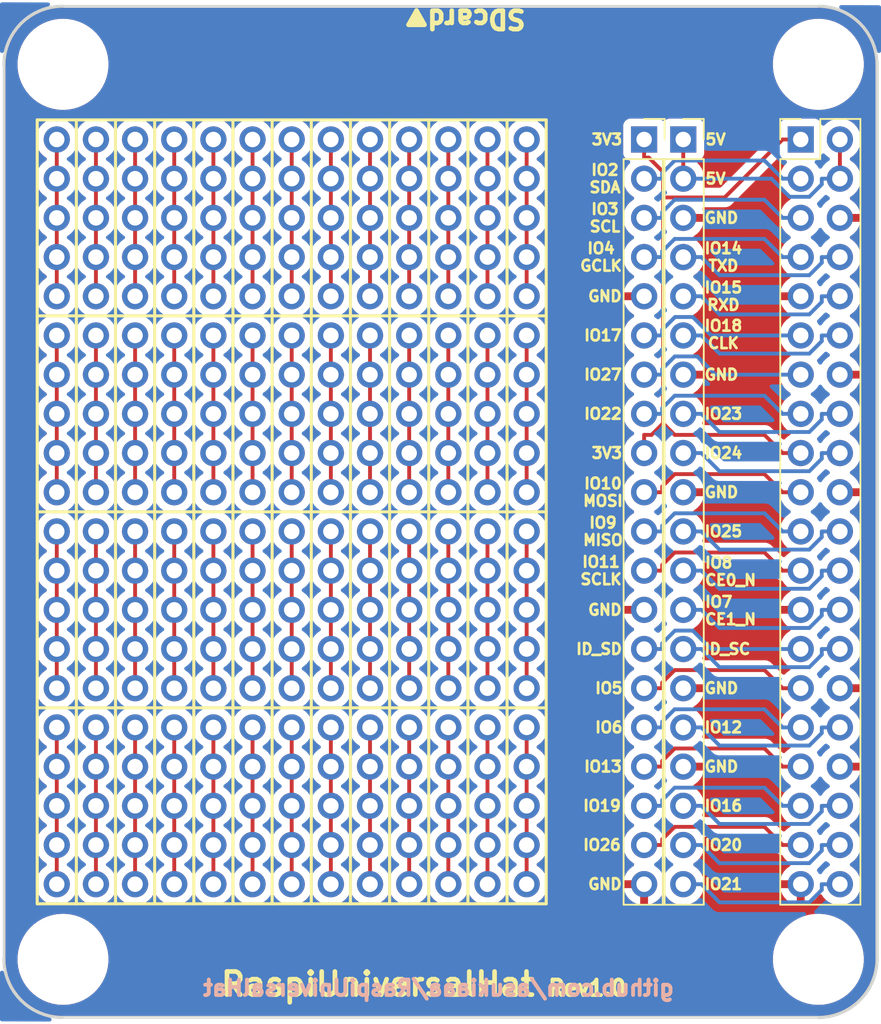
<source format=kicad_pcb>
(kicad_pcb (version 20221018) (generator pcbnew)
  (layers (0 "F.Cu" signal) (31 "B.Cu" signal) (34 "B.Paste" user) (35 "F.Paste" user) (36 "B.SilkS" user "B.Silkscreen") (37 "F.SilkS" user "F.Silkscreen") (38 "B.Mask" user) (39 "F.Mask" user) (44 "Edge.Cuts" user))
  (net 0 "")
  (net 1 "GPIO19")
  (net 2 "GPIO26")
  (net 3 "GND")
  (net 4 "+3V3")
  (net 5 "GPIO2(SDA1)")
  (net 6 "GPIO3(SCL1)")
  (net 7 "GPIO4(GCLK)")
  (net 8 "GPIO17(GEN0)")
  (net 9 "GPIO27(GEN2)")
  (net 10 "GPIO22(GEN3)")
  (net 11 "GPIO10(SPI_MOSI)")
  (net 12 "GPIO9(SPI_MISO)")
  (net 13 "GPIO11(SPI_SCLK)")
  (net 14 "ID_SD")
  (net 15 "GPIO5")
  (net 16 "GPIO6")
  (net 17 "GPIO13")
  (net 18 "GPIO21")
  (net 19 "GPIO20")
  (net 20 "GPIO16")
  (net 21 "GPIO12")
  (net 22 "ID_SC")
  (net 23 "GPIO7(SPI_CE1)")
  (net 24 "GPIO8(SPI_CE0)")
  (net 25 "GPIO25(GEN6)")
  (net 26 "GPIO24(GEN5)")
  (net 27 "GPIO23(GEN4)")
  (net 28 "GPIO18(GEN1)")
  (net 29 "GPIO15(RXD)")
  (net 30 "GPIO14(TXD)")
  (net 31 "+5C")
  (net 32 "Net-(J4-Pad1)")
  (net 33 "Net-(J5-Pad1)")
  (net 34 "Net-(J9-Pad1)")
  (net 35 "Net-(J10-Pad1)")
  (net 36 "Net-(J12-Pad1)")
  (net 37 "Net-(J13-Pad1)")
  (net 38 "Net-(J15-Pad1)")
  (net 39 "Net-(J16-Pad1)")
  (net 40 "Net-(J17-Pad1)")
  (net 41 "Net-(J18-Pad1)")
  (net 42 "Net-(J19-Pad1)")
  (net 43 "Net-(J21-Pad1)")
  (net 44 "Net-(J22-Pad1)")
  (net 45 "Net-(J23-Pad1)")
  (net 46 "Net-(J24-Pad1)")
  (net 47 "Net-(J25-Pad1)")
  (net 48 "Net-(J26-Pad1)")
  (net 49 "Net-(J27-Pad1)")
  (net 50 "Net-(J28-Pad1)")
  (net 51 "Net-(J29-Pad1)")
  (net 52 "Net-(J30-Pad1)")
  (net 53 "Net-(J32-Pad1)")
  (net 54 "Net-(J33-Pad1)")
  (net 55 "Net-(J34-Pad1)")
  (net 56 "Net-(J35-Pad1)")
  (net 57 "Net-(J36-Pad1)")
  (net 58 "Net-(J37-Pad1)")
  (net 59 "Net-(J38-Pad1)")
  (net 60 "Net-(J39-Pad1)")
  (net 61 "Net-(J40-Pad1)")
  (net 62 "Net-(J41-Pad1)")
  (net 63 "Net-(J42-Pad1)")
  (net 64 "Net-(J43-Pad1)")
  (net 65 "Net-(J44-Pad1)")
  (net 66 "Net-(J45-Pad1)")
  (net 67 "Net-(J46-Pad1)")
  (net 68 "Net-(J47-Pad1)")
  (net 69 "Net-(J48-Pad1)")
  (net 70 "Net-(J49-Pad1)")
  (net 71 "Net-(J50-Pad1)")
  (net 72 "Net-(J51-Pad1)")
  (net 73 "Net-(J52-Pad1)")
  (net 74 "Net-(J53-Pad1)")
  (net 75 "Net-(J54-Pad1)")
  (net 76 "Net-(J55-Pad1)")
  (net 77 "Net-(J57-Pad1)")
  (net 78 "Net-(J58-Pad1)")
  (net 79 "Net-(J59-Pad1)")
  (net 80 "Net-(J61-Pad1)")
  (net 81 "Net-(J62-Pad1)")
  (net 82 "Net-(J63-Pad1)")
  (net 83 "Net-(J64-Pad1)")
  (footprint "Footprints:LargeClearanceMountingHole_2.7mm" (layer "F.Cu") (at 125.095 71.33)
    (fp_text reference "REF2" hide)
    (fp_text value "MountingHole_2.7mm" hide)
  )
  (footprint "Footprints:LargeClearanceMountingHole_2.7mm" (layer "F.Cu") (at 76.095 71.33)
    (fp_text reference "REF1" hide)
    (fp_text value "MountingHole_2.7mm" hide)
  )
  (footprint "Footprints:LargeClearanceMountingHole_2.7mm" (layer "F.Cu") (at 76.095 129.33)
    (fp_text reference "REF4" hide)
    (fp_text value "MountingHole_2.7mm" hide)
  )
  (footprint "Footprints:LargeClearanceMountingHole_2.7mm" (layer "F.Cu") (at 125.095 129.33)
    (fp_text reference "REF3" hide)
    (fp_text value "MountingHole_2.7mm" hide)
  )
  (footprint "Footprints:NoMarkedPinSocket_1x05_P2.54mm" (layer "F.Cu") (at 93.472 114.3)
    (fp_text reference "J9" hide)
    (fp_text value "Conn_01x05" hide)
  )
  (footprint "Footprints:NoMarkedPinSocket_1x05_P2.54mm" (layer "F.Cu") (at 101.092 76.2)
    (fp_text reference "J10" hide)
    (fp_text value "Conn_01x05" hide)
  )
  (footprint "Footprints:NoMarkedPinSocket_1x05_P2.54mm" (layer "F.Cu") (at 90.932 114.3)
    (fp_text reference "J12" hide)
    (fp_text value "Conn_01x05" hide)
  )
  (footprint "Footprints:NoMarkedPinSocket_1x05_P2.54mm" (layer "F.Cu") (at 75.692 76.2)
    (fp_text reference "J13" hide)
    (fp_text value "Conn_01x05" hide)
  )
  (footprint "Footprints:NoMarkedPinSocket_1x05_P2.54mm" (layer "F.Cu") (at 98.552 76.2)
    (fp_text reference "J15" hide)
    (fp_text value "Conn_01x05" hide)
  )
  (footprint "Footprints:NoMarkedPinSocket_1x05_P2.54mm" (layer "F.Cu") (at 96.012 76.2)
    (fp_text reference "J16" hide)
    (fp_text value "Conn_01x05" hide)
  )
  (footprint "Footprints:NoMarkedPinSocket_1x05_P2.54mm" (layer "F.Cu") (at 98.552 114.3)
    (fp_text reference "J17" hide)
    (fp_text value "Conn_01x05" hide)
  )
  (footprint "Footprints:NoMarkedPinSocket_1x05_P2.54mm" (layer "F.Cu") (at 93.472 76.2)
    (fp_text reference "J18" hide)
    (fp_text value "Conn_01x05" hide)
  )
  (footprint "Footprints:NoMarkedPinSocket_1x05_P2.54mm" (layer "F.Cu") (at 75.692 114.3)
    (fp_text reference "J19" hide)
    (fp_text value "Conn_01x05" hide)
  )
  (footprint "Footprints:NoMarkedPinSocket_1x05_P2.54mm" (layer "F.Cu") (at 96.012 114.3)
    (fp_text reference "J21" hide)
    (fp_text value "Conn_01x05" hide)
  )
  (footprint "Footprints:NoMarkedPinSocket_1x05_P2.54mm" (layer "F.Cu") (at 80.772 114.3)
    (fp_text reference "J22" hide)
    (fp_text value "Conn_01x05" hide)
  )
  (footprint "Footprints:NoMarkedPinSocket_1x05_P2.54mm" (layer "F.Cu") (at 90.932 76.2)
    (fp_text reference "J23" hide)
    (fp_text value "Conn_01x05" hide)
  )
  (footprint "Footprints:NoMarkedPinSocket_1x05_P2.54mm" (layer "F.Cu") (at 88.392 76.2)
    (fp_text reference "J24" hide)
    (fp_text value "Conn_01x05" hide)
  )
  (footprint "Footprints:NoMarkedPinSocket_1x05_P2.54mm" (layer "F.Cu") (at 85.852 76.2)
    (fp_text reference "J25" hide)
    (fp_text value "Conn_01x05" hide)
  )
  (footprint "Footprints:NoMarkedPinSocket_1x05_P2.54mm" (layer "F.Cu") (at 83.312 76.2)
    (fp_text reference "J26" hide)
    (fp_text value "Conn_01x05" hide)
  )
  (footprint "Footprints:NoMarkedPinSocket_1x05_P2.54mm" (layer "F.Cu") (at 85.852 114.3)
    (fp_text reference "J27" hide)
    (fp_text value "Conn_01x05" hide)
  )
  (footprint "Footprints:NoMarkedPinSocket_1x05_P2.54mm" (layer "F.Cu") (at 75.692 88.9)
    (fp_text reference "J28" hide)
    (fp_text value "Conn_01x05" hide)
  )
  (footprint "Footprints:NoMarkedPinSocket_1x05_P2.54mm" (layer "F.Cu") (at 78.232 88.9)
    (fp_text reference "J29" hide)
    (fp_text value "Conn_01x05" hide)
  )
  (footprint "Footprints:NoMarkedPinSocket_1x05_P2.54mm" (layer "F.Cu") (at 78.232 114.3)
    (fp_text reference "J30" hide)
    (fp_text value "Conn_01x05" hide)
  )
  (footprint "Footprints:NoMarkedPinSocket_1x05_P2.54mm" (layer "F.Cu") (at 83.312 114.3)
    (fp_text reference "J32" hide)
    (fp_text value "Conn_01x05" hide)
  )
  (footprint "Footprints:NoMarkedPinSocket_1x05_P2.54mm" (layer "F.Cu") (at 103.632 114.3)
    (fp_text reference "J33" hide)
    (fp_text value "Conn_01x05" hide)
  )
  (footprint "Footprints:NoMarkedPinSocket_1x05_P2.54mm" (layer "F.Cu") (at 75.692 101.6)
    (fp_text reference "J34" hide)
    (fp_text value "Conn_01x05" hide)
  )
  (footprint "Footprints:NoMarkedPinSocket_1x05_P2.54mm" (layer "F.Cu") (at 101.092 114.3)
    (fp_text reference "J35" hide)
    (fp_text value "Conn_01x05" hide)
  )
  (footprint "Footprints:NoMarkedPinSocket_1x05_P2.54mm" (layer "F.Cu") (at 83.312 88.9)
    (fp_text reference "J36" hide)
    (fp_text value "Conn_01x05" hide)
  )
  (footprint "Footprints:NoMarkedPinSocket_1x05_P2.54mm" (layer "F.Cu") (at 106.172 114.3)
    (fp_text reference "J37" hide)
    (fp_text value "Conn_01x05" hide)
  )
  (footprint "Footprints:NoMarkedPinSocket_1x05_P2.54mm" (layer "F.Cu") (at 80.772 101.6)
    (fp_text reference "J38" hide)
    (fp_text value "Conn_01x05" hide)
  )
  (footprint "Footprints:NoMarkedPinSocket_1x05_P2.54mm" (layer "F.Cu") (at 88.392 114.3)
    (fp_text reference "J39" hide)
    (fp_text value "Conn_01x05" hide)
  )
  (footprint "Footprints:NoMarkedPinSocket_1x05_P2.54mm" (layer "F.Cu") (at 85.852 88.9)
    (fp_text reference "J40" hide)
    (fp_text value "Conn_01x05" hide)
  )
  (footprint "Footprints:NoMarkedPinSocket_1x05_P2.54mm" (layer "F.Cu") (at 101.092 88.9)
    (fp_text reference "J41" hide)
    (fp_text value "Conn_01x05" hide)
  )
  (footprint "Footprints:NoMarkedPinSocket_1x05_P2.54mm" (layer "F.Cu") (at 93.472 101.6)
    (fp_text reference "J42" hide)
    (fp_text value "Conn_01x05" hide)
  )
  (footprint "Footprints:NoMarkedPinSocket_1x05_P2.54mm" (layer "F.Cu") (at 78.232 101.6)
    (fp_text reference "J43" hide)
    (fp_text value "Conn_01x05" hide)
  )
  (footprint "Footprints:NoMarkedPinSocket_1x05_P2.54mm" (layer "F.Cu") (at 80.772 76.2)
    (fp_text reference "J44" hide)
    (fp_text value "Conn_01x05" hide)
  )
  (footprint "Footprints:NoMarkedPinSocket_1x05_P2.54mm" (layer "F.Cu") (at 103.632 88.9)
    (fp_text reference "J45" hide)
    (fp_text value "Conn_01x05" hide)
  )
  (footprint "Footprints:NoMarkedPinSocket_1x05_P2.54mm" (layer "F.Cu") (at 78.232 76.2)
    (fp_text reference "J46" hide)
    (fp_text value "Conn_01x05" hide)
  )
  (footprint "Footprints:NoMarkedPinSocket_1x05_P2.54mm" (layer "F.Cu") (at 83.312 101.6)
    (fp_text reference "J47" hide)
    (fp_text value "Conn_01x05" hide)
  )
  (footprint "Footprints:NoMarkedPinSocket_1x05_P2.54mm" (layer "F.Cu") (at 90.932 101.6)
    (fp_text reference "J48" hide)
    (fp_text value "Conn_01x05" hide)
  )
  (footprint "Footprints:NoMarkedPinSocket_1x05_P2.54mm" (layer "F.Cu") (at 106.172 88.9)
    (fp_text reference "J49" hide)
    (fp_text value "Conn_01x05" hide)
  )
  (footprint "Footprints:NoMarkedPinSocket_1x05_P2.54mm" (layer "F.Cu") (at 96.012 101.6)
    (fp_text reference "J50" hide)
    (fp_text value "Conn_01x05" hide)
  )
  (footprint "Footprints:NoMarkedPinSocket_1x05_P2.54mm" (layer "F.Cu") (at 85.852 101.6)
    (fp_text reference "J51" hide)
    (fp_text value "Conn_01x05" hide)
  )
  (footprint "Footprints:NoMarkedPinSocket_1x05_P2.54mm" (layer "F.Cu") (at 93.472 88.9)
    (fp_text reference "J52" hide)
    (fp_text value "Conn_01x05" hide)
  )
  (footprint "Footprints:NoMarkedPinSocket_1x05_P2.54mm" (layer "F.Cu") (at 90.932 88.9)
    (fp_text reference "J53" hide)
    (fp_text value "Conn_01x05" hide)
  )
  (footprint "Footprints:NoMarkedPinSocket_1x05_P2.54mm" (layer "F.Cu") (at 101.092 101.6)
    (fp_text reference "J54" hide)
    (fp_text value "Conn_01x05" hide)
  )
  (footprint "Footprints:NoMarkedPinSocket_1x05_P2.54mm" (layer "F.Cu") (at 96.012 88.9)
    (fp_text reference "J55" hide)
    (fp_text value "Conn_01x05" hide)
  )
  (footprint "Footprints:NoMarkedPinSocket_1x05_P2.54mm" (layer "F.Cu") (at 88.392 101.6)
    (fp_text reference "J57" hide)
    (fp_text value "Conn_01x05" hide)
  )
  (footprint "Footprints:NoMarkedPinSocket_1x05_P2.54mm" (layer "F.Cu") (at 106.172 101.6)
    (fp_text reference "J58" hide)
    (fp_text value "Conn_01x05" hide)
  )
  (footprint "Footprints:NoMarkedPinSocket_1x05_P2.54mm" (layer "F.Cu") (at 98.552 101.6)
    (fp_text reference "J59" hide)
    (fp_text value "Conn_01x05" hide)
  )
  (footprint "Footprints:NoMarkedPinSocket_1x05_P2.54mm" (layer "F.Cu") (at 98.552 88.9)
    (fp_text reference "J61" hide)
    (fp_text value "Conn_01x05" hide)
  )
  (footprint "Footprints:NoMarkedPinSocket_1x05_P2.54mm" (layer "F.Cu") (at 80.772 88.9)
    (fp_text reference "J62" hide)
    (fp_text value "Conn_01x05" hide)
  )
  (footprint "Footprints:NoMarkedPinSocket_1x05_P2.54mm" (layer "F.Cu") (at 103.632 101.6)
    (fp_text reference "J63" hide)
    (fp_text value "Conn_01x05" hide)
  )
  (footprint "Footprints:NoMarkedPinSocket_1x05_P2.54mm" (layer "F.Cu") (at 88.392 88.9)
    (fp_text reference "J64" hide)
    (fp_text value "Conn_01x05" hide)
  )
  (footprint "Connector_PinHeader_2.54mm:PinHeader_2x20_P2.54mm_Vertical" (layer "F.Cu") (at 123.952 76.2)
    (fp_text reference "J1" hide)
    (fp_text value "Raspberry_Pi_2_3" hide)
  )
  (footprint "Connector_PinSocket_2.54mm:PinSocket_1x20_P2.54mm_Vertical" (layer "F.Cu") (at 113.792 76.2)
    (fp_text reference "J2" hide)
    (fp_text value "Conn_01x20" hide)
  )
  (footprint "Connector_PinSocket_2.54mm:PinSocket_1x20_P2.54mm_Vertical" (layer "F.Cu") (at 116.332 76.2)
    (fp_text reference "J3" hide)
    (fp_text value "Conn_01x20" hide)
  )
  (footprint "Footprints:NoMarkedPinSocket_1x05_P2.54mm" (layer "F.Cu") (at 106.172 76.2)
    (fp_text reference "J4" hide)
    (fp_text value "Conn_01x05" hide)
  )
  (footprint "Footprints:NoMarkedPinSocket_1x05_P2.54mm" (layer "F.Cu") (at 103.632 76.2)
    (fp_text reference "J5" hide)
    (fp_text value "Conn_01x05" hide)
  )
  (gr_line (start 87.122 74.93) (end 87.122 125.73) (stroke (width 0.2)) (layer "F.SilkS"))
  (gr_line (start 99.822 125.73) (end 99.822 74.93) (stroke (width 0.2)) (layer "F.SilkS"))
  (gr_line (start 74.422 74.93) (end 74.422 125.73) (stroke (width 0.2)) (layer "F.SilkS"))
  (gr_line (start 89.662 125.73) (end 89.662 74.93) (stroke (width 0.2)) (layer "F.SilkS"))
  (gr_line (start 74.422 125.73) (end 107.442 125.73) (stroke (width 0.2)) (layer "F.SilkS"))
  (gr_line (start 79.502 125.73) (end 79.502 74.93) (stroke (width 0.2)) (layer "F.SilkS"))
  (gr_line (start 76.962 74.93) (end 76.962 125.73) (stroke (width 0.2)) (layer "F.SilkS"))
  (gr_line (start 84.582 125.73) (end 84.582 74.93) (stroke (width 0.2)) (layer "F.SilkS"))
  (gr_line (start 94.742 125.73) (end 94.742 74.93) (stroke (width 0.2)) (layer "F.SilkS"))
  (gr_line (start 107.442 113.03) (end 74.422 113.03) (stroke (width 0.2)) (layer "F.SilkS"))
  (gr_line (start 102.362 74.93) (end 102.362 125.73) (stroke (width 0.2)) (layer "F.SilkS"))
  (gr_line (start 104.902 125.73) (end 104.902 74.93) (stroke (width 0.2)) (layer "F.SilkS"))
  (gr_line (start 107.442 87.63) (end 74.422 87.63) (stroke (width 0.2)) (layer "F.SilkS"))
  (gr_line (start 74.422 100.33) (end 107.442 100.33) (stroke (width 0.2)) (layer "F.SilkS"))
  (gr_line (start 107.442 125.73) (end 107.442 74.93) (stroke (width 0.2)) (layer "F.SilkS"))
  (gr_line (start 92.202 74.93) (end 92.202 125.73) (stroke (width 0.2)) (layer "F.SilkS"))
  (gr_line (start 82.042 74.93) (end 82.042 125.73) (stroke (width 0.2)) (layer "F.SilkS"))
  (gr_line (start 107.442 74.93) (end 74.422 74.93) (stroke (width 0.2)) (layer "F.SilkS"))
  (gr_line (start 97.282 74.93) (end 97.282 125.73) (stroke (width 0.2)) (layer "F.SilkS"))
  (gr_arc (start 128.905 129.286) (mid 127.789077 131.980077) (end 125.095 133.096) (stroke (width 0.2)) (layer "Edge.Cuts"))
  (gr_line (start 72.263 71.374) (end 72.263 129.3495) (stroke (width 0.15)) (layer "Edge.Cuts"))
  (gr_arc (start 76.073 133.096) (mid 73.378923 131.980077) (end 72.263 129.286) (stroke (width 0.2)) (layer "Edge.Cuts"))
  (gr_line (start 76.073 133.096) (end 125.1585 133.096) (stroke (width 0.15)) (layer "Edge.Cuts"))
  (gr_line (start 125.095 67.564) (end 76.1365 67.564) (stroke (width 0.15)) (layer "Edge.Cuts"))
  (gr_arc (start 125.095 67.564) (mid 127.789077 68.679923) (end 128.905 71.374) (stroke (width 0.2)) (layer "Edge.Cuts"))
  (gr_line (start 128.905 71.374) (end 128.905 129.413) (stroke (width 0.2)) (layer "Edge.Cuts"))
  (gr_arc (start 72.263 71.374) (mid 73.378923 68.679923) (end 76.073 67.564) (stroke (width 0.2)) (layer "Edge.Cuts"))
  (gr_text "github.com/asukiaaa/RaspiUniversalHat\n" (at 100.457 131.191) (layer "B.SilkS") (effects (font (size 1 1) (thickness 0.25)) (justify mirror)))
  (gr_text "GND" (at 111.252 124.46) (layer "F.SilkS") (effects (font (size 0.7 0.7) (thickness 0.175))))
  (gr_text "GND" (at 118.8085 116.84) (layer "F.SilkS") (effects (font (size 0.7 0.7) (thickness 0.175))))
  (gr_text "IO2\nSDA" (at 111.252 78.74) (layer "F.SilkS") (effects (font (size 0.7 0.7) (thickness 0.175))))
  (gr_text "IO19" (at 111.0615 119.38) (layer "F.SilkS") (effects (font (size 0.7 0.7) (thickness 0.175))))
  (gr_text "IO13" (at 111.125 116.84) (layer "F.SilkS") (effects (font (size 0.7 0.7) (thickness 0.175))))
  (gr_text "IO27" (at 111.125 91.44) (layer "F.SilkS") (effects (font (size 0.7 0.7) (thickness 0.175))))
  (gr_text "IO17" (at 111.125 88.9) (layer "F.SilkS") (effects (font (size 0.7 0.7) (thickness 0.175))))
  (gr_text "GND" (at 111.252 86.36) (layer "F.SilkS") (effects (font (size 0.7 0.7) (thickness 0.175))))
  (gr_text "IO22" (at 111.125 93.98) (layer "F.SilkS") (effects (font (size 0.7 0.7) (thickness 0.175))))
  (gr_text "GND" (at 111.252 106.68) (layer "F.SilkS") (effects (font (size 0.7 0.7) (thickness 0.175))))
  (gr_text "IO5" (at 111.506 111.76) (layer "F.SilkS") (effects (font (size 0.7 0.7) (thickness 0.175))))
  (gr_text "IO6" (at 111.506 114.3) (layer "F.SilkS") (effects (font (size 0.7 0.7) (thickness 0.175))))
  (gr_text "IO9\nMISO" (at 111.125 101.6) (layer "F.SilkS") (effects (font (size 0.7 0.7) (thickness 0.175))))
  (gr_text "IO10\nMOSI" (at 111.125 99.06) (layer "F.SilkS") (effects (font (size 0.7 0.7) (thickness 0.175))))
  (gr_text "3V3" (at 111.379 96.52) (layer "F.SilkS") (effects (font (size 0.7 0.7) (thickness 0.175))))
  (gr_text "ID_SD" (at 110.871 109.22) (layer "F.SilkS") (effects (font (size 0.7 0.7) (thickness 0.175))))
  (gr_text "IO11\nSCLK" (at 110.998 104.14) (layer "F.SilkS") (effects (font (size 0.7 0.7) (thickness 0.175))))
  (gr_text "IO21" (at 118.9355 124.46) (layer "F.SilkS") (effects (font (size 0.7 0.7) (thickness 0.175))))
  (gr_text "IO20" (at 118.9355 121.92) (layer "F.SilkS") (effects (font (size 0.7 0.7) (thickness 0.175))))
  (gr_text "IO26" (at 111.0615 121.92) (layer "F.SilkS") (effects (font (size 0.7 0.7) (thickness 0.175))))
  (gr_text "IO16" (at 118.9355 119.38) (layer "F.SilkS") (effects (font (size 0.7 0.7) (thickness 0.175))))
  (gr_text "IO25" (at 118.9355 101.6) (layer "F.SilkS") (effects (font (size 0.7 0.7) (thickness 0.175))))
  (gr_text "ID_SC" (at 119.1895 109.22) (layer "F.SilkS") (effects (font (size 0.7 0.7) (thickness 0.175))))
  (gr_text "IO8\nCE0_N" (at 117.6528 104.1908) (layer "F.SilkS") (effects (font (size 0.7 0.7) (thickness 0.175)) (justify left)))
  (gr_text "GND" (at 118.8085 81.28) (layer "F.SilkS") (effects (font (size 0.7 0.7) (thickness 0.175))))
  (gr_text "GND" (at 118.8085 91.44) (layer "F.SilkS") (effects (font (size 0.7 0.7) (thickness 0.175))))
  (gr_text "IO7\nCE1_N" (at 117.6528 106.7308) (layer "F.SilkS") (effects (font (size 0.7 0.7) (thickness 0.175)) (justify left)))
  (gr_text "IO23" (at 118.9355 93.98) (layer "F.SilkS") (effects (font (size 0.7 0.7) (thickness 0.175))))
  (gr_text "IO14\nTXD" (at 118.9355 83.82) (layer "F.SilkS") (effects (font (size 0.7 0.7) (thickness 0.175))))
  (gr_text "GND" (at 118.8085 111.76) (layer "F.SilkS") (effects (font (size 0.7 0.7) (thickness 0.175))))
  (gr_text "5V" (at 118.4275 78.74) (layer "F.SilkS") (effects (font (size 0.7 0.7) (thickness 0.175))))
  (gr_text "5V" (at 118.4275 76.2) (layer "F.SilkS") (effects (font (size 0.7 0.7) (thickness 0.175))))
  (gr_text "IO24" (at 118.9355 96.52) (layer "F.SilkS") (effects (font (size 0.7 0.7) (thickness 0.175))))
  (gr_text "GND" (at 118.8085 99.06) (layer "F.SilkS") (effects (font (size 0.7 0.7) (thickness 0.175))))
  (gr_text "IO12" (at 118.9355 114.3) (layer "F.SilkS") (effects (font (size 0.7 0.7) (thickness 0.175))))
  (gr_text "IO18\nCLK" (at 118.9355 88.8365) (layer "F.SilkS") (effects (font (size 0.7 0.7) (thickness 0.175))))
  (gr_text "IO15\nRXD" (at 118.9355 86.36) (layer "F.SilkS") (effects (font (size 0.7 0.7) (thickness 0.175))))
  (gr_text "SDcard▼" (at 102.1715 68.3895 180) (layer "F.SilkS") (effects (font (size 1.2 1.2) (thickness 0.3))))
  (gr_text "IO3\nSCL" (at 111.252 81.28) (layer "F.SilkS") (effects (font (size 0.7 0.7) (thickness 0.175))))
  (gr_text "IO4\nGCLK" (at 110.998 83.82) (layer "F.SilkS") (effects (font (size 0.7 0.7) (thickness 0.175))))
  (gr_text "RaspiUniversalHat" (at 96.52 130.937) (layer "F.SilkS") (effects (font (size 1.5 1.5) (thickness 0.3))))
  (gr_text "3V3" (at 111.379 76.2) (layer "F.SilkS") (effects (font (size 0.7 0.7) (thickness 0.175))))
  (gr_text "Rev1.0" (at 110.109 131.191) (layer "F.SilkS") (effects (font (size 1 1) (thickness 0.25))))
  (segment (start 114.9673 119.0127) (end 115.7753 118.2047) (width 0.25) (layer "B.Cu") (net 1))
  (segment (start 114.9673 119.38) (end 114.9673 119.0127) (width 0.25) (layer "B.Cu") (net 1))
  (segment (start 115.7753 118.2047) (end 121.6014 118.2047) (width 0.25) (layer "B.Cu") (net 1))
  (segment (start 113.792 119.38) (end 114.9673 119.38) (width 0.25) (layer "B.Cu") (net 1))
  (segment (start 121.6014 118.2047) (end 122.7767 119.38) (width 0.25) (layer "B.Cu") (net 1))
  (segment (start 123.952 119.38) (end 122.7767 119.38) (width 0.25) (layer "B.Cu") (net 1))
  (segment (start 121.6014 120.7447) (end 122.7767 121.92) (width 0.25) (layer "F.Cu") (net 2))
  (segment (start 114.9673 121.92) (end 114.9673 121.5527) (width 0.25) (layer "F.Cu") (net 2))
  (segment (start 123.952 121.92) (end 122.7767 121.92) (width 0.25) (layer "F.Cu") (net 2))
  (segment (start 115.7753 120.7447) (end 121.6014 120.7447) (width 0.25) (layer "F.Cu") (net 2))
  (segment (start 113.792 121.92) (end 114.9673 121.92) (width 0.25) (layer "F.Cu") (net 2))
  (segment (start 114.9673 121.5527) (end 115.7753 120.7447) (width 0.25) (layer "F.Cu") (net 2))
  (segment (start 123.952 76.2) (end 122.7767 76.2) (width 0.25) (layer "F.Cu") (net 4))
  (segment (start 115.7754 95.3447) (end 121.6014 95.3447) (width 0.25) (layer "F.Cu") (net 4))
  (segment (start 113.792 96.52) (end 113.792 95.3447) (width 0.25) (layer "F.Cu") (net 4))
  (segment (start 114.272 95.3447) (end 115.0237 94.593) (width 0.25) (layer "F.Cu") (net 4))
  (segment (start 113.792 76.2) (end 113.792 77.3753) (width 0.25) (layer "F.Cu") (net 4))
  (segment (start 115.0237 78.303) (end 114.096 77.3753) (width 0.25) (layer "F.Cu") (net 4))
  (segment (start 121.6014 95.3447) (end 122.7767 96.52) (width 0.25) (layer "F.Cu") (net 4))
  (segment (start 123.952 96.52) (end 122.7767 96.52) (width 0.25) (layer "F.Cu") (net 4))
  (segment (start 114.096 77.3753) (end 113.792 77.3753) (width 0.25) (layer "F.Cu") (net 4))
  (segment (start 115.0237 79.9567) (end 119.02 79.9567) (width 0.25) (layer "F.Cu") (net 4))
  (segment (start 119.02 79.9567) (end 122.7767 76.2) (width 0.25) (layer "F.Cu") (net 4))
  (segment (start 113.792 95.3447) (end 114.272 95.3447) (width 0.25) (layer "F.Cu") (net 4))
  (segment (start 115.0237 79.9567) (end 115.0237 78.303) (width 0.25) (layer "F.Cu") (net 4))
  (segment (start 115.0237 94.593) (end 115.0237 79.9567) (width 0.25) (layer "F.Cu") (net 4))
  (segment (start 115.0237 94.593) (end 115.7754 95.3447) (width 0.25) (layer "F.Cu") (net 4))
  (segment (start 114.9673 78.74) (end 114.9673 78.3727) (width 0.25) (layer "B.Cu") (net 5))
  (segment (start 121.6014 77.5647) (end 122.7767 78.74) (width 0.25) (layer "B.Cu") (net 5))
  (segment (start 123.952 78.74) (end 122.7767 78.74) (width 0.25) (layer "B.Cu") (net 5))
  (segment (start 114.9673 78.3727) (end 115.7753 77.5647) (width 0.25) (layer "B.Cu") (net 5))
  (segment (start 113.792 78.74) (end 114.9673 78.74) (width 0.25) (layer "B.Cu") (net 5))
  (segment (start 115.7753 77.5647) (end 121.6014 77.5647) (width 0.25) (layer "B.Cu") (net 5))
  (segment (start 123.952 81.28) (end 122.7767 81.28) (width 0.25) (layer "B.Cu") (net 6))
  (segment (start 114.9673 80.9127) (end 115.7753 80.1047) (width 0.25) (layer "B.Cu") (net 6))
  (segment (start 114.9673 81.28) (end 114.9673 80.9127) (width 0.25) (layer "B.Cu") (net 6))
  (segment (start 121.6014 80.1047) (end 122.7767 81.28) (width 0.25) (layer "B.Cu") (net 6))
  (segment (start 115.7753 80.1047) (end 121.6014 80.1047) (width 0.25) (layer "B.Cu") (net 6))
  (segment (start 113.792 81.28) (end 114.9673 81.28) (width 0.25) (layer "B.Cu") (net 6))
  (segment (start 121.6014 82.6447) (end 122.7767 83.82) (width 0.25) (layer "B.Cu") (net 7))
  (segment (start 123.952 83.82) (end 122.7767 83.82) (width 0.25) (layer "B.Cu") (net 7))
  (segment (start 113.792 83.82) (end 114.9673 83.82) (width 0.25) (layer "B.Cu") (net 7))
  (segment (start 114.9673 83.82) (end 114.9673 83.4527) (width 0.25) (layer "B.Cu") (net 7))
  (segment (start 115.7753 82.6447) (end 121.6014 82.6447) (width 0.25) (layer "B.Cu") (net 7))
  (segment (start 114.9673 83.4527) (end 115.7753 82.6447) (width 0.25) (layer "B.Cu") (net 7))
  (segment (start 114.9673 88.5327) (end 115.7957 87.7043) (width 0.25) (layer "B.Cu") (net 8))
  (segment (start 115.7957 87.7043) (end 116.9485 87.7043) (width 0.25) (layer "B.Cu") (net 8))
  (segment (start 118.1442 88.9) (end 123.952 88.9) (width 0.25) (layer "B.Cu") (net 8))
  (segment (start 113.792 88.9) (end 114.9673 88.9) (width 0.25) (layer "B.Cu") (net 8))
  (segment (start 114.9673 88.9) (end 114.9673 88.5327) (width 0.25) (layer "B.Cu") (net 8))
  (segment (start 116.9485 87.7043) (end 118.1442 88.9) (width 0.25) (layer "B.Cu") (net 8))
  (segment (start 113.792 91.44) (end 114.9673 91.44) (width 0.25) (layer "B.Cu") (net 9))
  (segment (start 114.9673 91.44) (end 114.9673 91.0727) (width 0.25) (layer "B.Cu") (net 9))
  (segment (start 114.9673 91.0727) (end 115.7811 90.2589) (width 0.25) (layer "B.Cu") (net 9))
  (segment (start 118.4217 91.44) (end 123.952 91.44) (width 0.25) (layer "B.Cu") (net 9))
  (segment (start 117.2406 90.2589) (end 118.4217 91.44) (width 0.25) (layer "B.Cu") (net 9))
  (segment (start 115.7811 90.2589) (end 117.2406 90.2589) (width 0.25) (layer "B.Cu") (net 9))
  (segment (start 115.7753 92.8047) (end 121.6014 92.8047) (width 0.25) (layer "B.Cu") (net 10))
  (segment (start 114.9673 93.98) (end 114.9673 93.6127) (width 0.25) (layer "B.Cu") (net 10))
  (segment (start 123.952 93.98) (end 122.7767 93.98) (width 0.25) (layer "B.Cu") (net 10))
  (segment (start 114.9673 93.6127) (end 115.7753 92.8047) (width 0.25) (layer "B.Cu") (net 10))
  (segment (start 121.6014 92.8047) (end 122.7767 93.98) (width 0.25) (layer "B.Cu") (net 10))
  (segment (start 113.792 93.98) (end 114.9673 93.98) (width 0.25) (layer "B.Cu") (net 10))
  (segment (start 113.792 99.06) (end 114.9673 99.06) (width 0.25) (layer "F.Cu") (net 11))
  (segment (start 114.9673 99.06) (end 114.9673 98.6927) (width 0.25) (layer "F.Cu") (net 11))
  (segment (start 115.7753 97.8847) (end 121.6014 97.8847) (width 0.25) (layer "F.Cu") (net 11))
  (segment (start 114.9673 98.6927) (end 115.7753 97.8847) (width 0.25) (layer "F.Cu") (net 11))
  (segment (start 123.952 99.06) (end 122.7767 99.06) (width 0.25) (layer "F.Cu") (net 11))
  (segment (start 121.6014 97.8847) (end 122.7767 99.06) (width 0.25) (layer "F.Cu") (net 11))
  (segment (start 115.7753 100.4247) (end 121.6014 100.4247) (width 0.25) (layer "B.Cu") (net 12))
  (segment (start 114.9673 101.6) (end 114.9673 101.2327) (width 0.25) (layer "B.Cu") (net 12))
  (segment (start 123.952 101.6) (end 122.7767 101.6) (width 0.25) (layer "B.Cu") (net 12))
  (segment (start 121.6014 100.4247) (end 122.7767 101.6) (width 0.25) (layer "B.Cu") (net 12))
  (segment (start 113.792 101.6) (end 114.9673 101.6) (width 0.25) (layer "B.Cu") (net 12))
  (segment (start 114.9673 101.2327) (end 115.7753 100.4247) (width 0.25) (layer "B.Cu") (net 12))
  (segment (start 115.7753 102.9647) (end 121.6014 102.9647) (width 0.25) (layer "F.Cu") (net 13))
  (segment (start 113.792 104.14) (end 114.9673 104.14) (width 0.25) (layer "F.Cu") (net 13))
  (segment (start 114.9673 103.7727) (end 115.7753 102.9647) (width 0.25) (layer "F.Cu") (net 13))
  (segment (start 123.952 104.14) (end 122.7767 104.14) (width 0.25) (layer "F.Cu") (net 13))
  (segment (start 114.9673 104.14) (end 114.9673 103.7727) (width 0.25) (layer "F.Cu") (net 13))
  (segment (start 121.6014 102.9647) (end 122.7767 104.14) (width 0.25) (layer "F.Cu") (net 13))
  (segment (start 114.9673 108.8527) (end 115.7957 108.0243) (width 0.25) (layer "B.Cu") (net 14))
  (segment (start 113.792 109.22) (end 114.9673 109.22) (width 0.25) (layer "B.Cu") (net 14))
  (segment (start 116.9485 108.0243) (end 118.1442 109.22) (width 0.25) (layer "B.Cu") (net 14))
  (segment (start 115.7957 108.0243) (end 116.9485 108.0243) (width 0.25) (layer "B.Cu") (net 14))
  (segment (start 114.9673 109.22) (end 114.9673 108.8527) (width 0.25) (layer "B.Cu") (net 14))
  (segment (start 118.1442 109.22) (end 123.952 109.22) (width 0.25) (layer "B.Cu") (net 14))
  (segment (start 114.9673 111.3927) (end 115.7753 110.5847) (width 0.25) (layer "F.Cu") (net 15))
  (segment (start 114.9673 111.76) (end 114.9673 111.3927) (width 0.25) (layer "F.Cu") (net 15))
  (segment (start 121.6014 110.5847) (end 122.7767 111.76) (width 0.25) (layer "F.Cu") (net 15))
  (segment (start 123.952 111.76) (end 122.7767 111.76) (width 0.25) (layer "F.Cu") (net 15))
  (segment (start 115.7753 110.5847) (end 121.6014 110.5847) (width 0.25) (layer "F.Cu") (net 15))
  (segment (start 113.792 111.76) (end 114.9673 111.76) (width 0.25) (layer "F.Cu") (net 15))
  (segment (start 114.9673 114.3) (end 114.9673 113.9327) (width 0.25) (layer "B.Cu") (net 16))
  (segment (start 115.7753 113.1247) (end 121.6014 113.1247) (width 0.25) (layer "B.Cu") (net 16))
  (segment (start 114.9673 113.9327) (end 115.7753 113.1247) (width 0.25) (layer "B.Cu") (net 16))
  (segment (start 113.792 114.3) (end 114.9673 114.3) (width 0.25) (layer "B.Cu") (net 16))
  (segment (start 123.952 114.3) (end 122.7767 114.3) (width 0.25) (layer "B.Cu") (net 16))
  (segment (start 121.6014 113.1247) (end 122.7767 114.3) (width 0.25) (layer "B.Cu") (net 16))
  (segment (start 113.792 116.84) (end 114.9673 116.84) (width 0.25) (layer "F.Cu") (net 17))
  (segment (start 114.9673 116.84) (end 114.9673 116.4727) (width 0.25) (layer "F.Cu") (net 17))
  (segment (start 115.7753 115.6647) (end 121.6014 115.6647) (width 0.25) (layer "F.Cu") (net 17))
  (segment (start 121.6014 115.6647) (end 122.7767 116.84) (width 0.25) (layer "F.Cu") (net 17))
  (segment (start 114.9673 116.4727) (end 115.7753 115.6647) (width 0.25) (layer "F.Cu") (net 17))
  (segment (start 123.952 116.84) (end 122.7767 116.84) (width 0.25) (layer "F.Cu") (net 17))
  (segment (start 124.5088 125.6353) (end 125.3167 124.8274) (width 0.25) (layer "B.Cu") (net 18))
  (segment (start 117.5073 124.46) (end 118.6826 125.6353) (width 0.25) (layer "B.Cu") (net 18))
  (segment (start 118.6826 125.6353) (end 124.5088 125.6353) (width 0.25) (layer "B.Cu") (net 18))
  (segment (start 116.332 124.46) (end 117.5073 124.46) (width 0.25) (layer "B.Cu") (net 18))
  (segment (start 126.492 124.46) (end 125.3167 124.46) (width 0.25) (layer "B.Cu") (net 18))
  (segment (start 125.3167 124.8274) (end 125.3167 124.46) (width 0.25) (layer "B.Cu") (net 18))
  (segment (start 125.3167 122.2874) (end 125.3167 121.92) (width 0.25) (layer "B.Cu") (net 19))
  (segment (start 126.492 121.92) (end 125.3167 121.92) (width 0.25) (layer "B.Cu") (net 19))
  (segment (start 118.6826 123.0953) (end 124.5088 123.0953) (width 0.25) (layer "B.Cu") (net 19))
  (segment (start 117.5073 121.92) (end 118.6826 123.0953) (width 0.25) (layer "B.Cu") (net 19))
  (segment (start 116.332 121.92) (end 117.5073 121.92) (width 0.25) (layer "B.Cu") (net 19))
  (segment (start 124.5088 123.0953) (end 125.3167 122.2874) (width 0.25) (layer "B.Cu") (net 19))
  (segment (start 124.5088 120.5553) (end 125.3167 119.7474) (width 0.25) (layer "B.Cu") (net 20))
  (segment (start 126.492 119.38) (end 125.3167 119.38) (width 0.25) (layer "B.Cu") (net 20))
  (segment (start 117.5073 119.38) (end 118.6826 120.5553) (width 0.25) (layer "B.Cu") (net 20))
  (segment (start 118.6826 120.5553) (end 124.5088 120.5553) (width 0.25) (layer "B.Cu") (net 20))
  (segment (start 116.332 119.38) (end 117.5073 119.38) (width 0.25) (layer "B.Cu") (net 20))
  (segment (start 125.3167 119.7474) (end 125.3167 119.38) (width 0.25) (layer "B.Cu") (net 20))
  (segment (start 125.3167 114.6674) (end 125.3167 114.3) (width 0.25) (layer "B.Cu") (net 21))
  (segment (start 117.5073 114.3) (end 118.6826 115.4753) (width 0.25) (layer "B.Cu") (net 21))
  (segment (start 116.332 114.3) (end 117.5073 114.3) (width 0.25) (layer "B.Cu") (net 21))
  (segment (start 118.6826 115.4753) (end 124.5088 115.4753) (width 0.25) (layer "B.Cu") (net 21))
  (segment (start 124.5088 115.4753) (end 125.3167 114.6674) (width 0.25) (layer "B.Cu") (net 21))
  (segment (start 126.492 114.3) (end 125.3167 114.3) (width 0.25) (layer "B.Cu") (net 21))
  (segment (start 118.6826 110.3953) (end 124.5088 110.3953) (width 0.25) (layer "B.Cu") (net 22))
  (segment (start 124.5088 110.3953) (end 125.3167 109.5874) (width 0.25) (layer "B.Cu") (net 22))
  (segment (start 117.5073 109.22) (end 118.6826 110.3953) (width 0.25) (layer "B.Cu") (net 22))
  (segment (start 125.3167 109.5874) (end 125.3167 109.22) (width 0.25) (layer "B.Cu") (net 22))
  (segment (start 116.332 109.22) (end 117.5073 109.22) (width 0.25) (layer "B.Cu") (net 22))
  (segment (start 126.492 109.22) (end 125.3167 109.22) (width 0.25) (layer "B.Cu") (net 22))
  (segment (start 118.6826 107.8553) (end 124.5088 107.8553) (width 0.25) (layer "B.Cu") (net 23))
  (segment (start 126.492 106.68) (end 125.3167 106.68) (width 0.25) (layer "B.Cu") (net 23))
  (segment (start 124.5088 107.8553) (end 125.3167 107.0474) (width 0.25) (layer "B.Cu") (net 23))
  (segment (start 117.5073 106.68) (end 118.6826 107.8553) (width 0.25) (layer "B.Cu") (net 23))
  (segment (start 116.332 106.68) (end 117.5073 106.68) (width 0.25) (layer "B.Cu") (net 23))
  (segment (start 125.3167 107.0474) (end 125.3167 106.68) (width 0.25) (layer "B.Cu") (net 23))
  (segment (start 124.5088 105.3153) (end 125.3167 104.5074) (width 0.25) (layer "B.Cu") (net 24))
  (segment (start 117.5073 104.14) (end 118.6826 105.3153) (width 0.25) (layer "B.Cu") (net 24))
  (segment (start 118.6826 105.3153) (end 124.5088 105.3153) (width 0.25) (layer "B.Cu") (net 24))
  (segment (start 125.3167 104.5074) (end 125.3167 104.14) (width 0.25) (layer "B.Cu") (net 24))
  (segment (start 116.332 104.14) (end 117.5073 104.14) (width 0.25) (layer "B.Cu") (net 24))
  (segment (start 126.492 104.14) (end 125.3167 104.14) (width 0.25) (layer "B.Cu") (net 24))
  (segment (start 117.5073 101.6) (end 118.6826 102.7753) (width 0.25) (layer "B.Cu") (net 25))
  (segment (start 116.332 101.6) (end 117.5073 101.6) (width 0.25) (layer "B.Cu") (net 25))
  (segment (start 118.6826 102.7753) (end 124.5088 102.7753) (width 0.25) (layer "B.Cu") (net 25))
  (segment (start 126.492 101.6) (end 125.3167 101.6) (width 0.25) (layer "B.Cu") (net 25))
  (segment (start 125.3167 101.9674) (end 125.3167 101.6) (width 0.25) (layer "B.Cu") (net 25))
  (segment (start 124.5088 102.7753) (end 125.3167 101.9674) (width 0.25) (layer "B.Cu") (net 25))
  (segment (start 117.5073 96.52) (end 118.6826 97.6953) (width 0.25) (layer "B.Cu") (net 26))
  (segment (start 125.3167 96.8874) (end 125.3167 96.52) (width 0.25) (layer "B.Cu") (net 26))
  (segment (start 124.5088 97.6953) (end 125.3167 96.8874) (width 0.25) (layer "B.Cu") (net 26))
  (segment (start 118.6826 97.6953) (end 124.5088 97.6953) (width 0.25) (layer "B.Cu") (net 26))
  (segment (start 126.492 96.52) (end 125.3167 96.52) (width 0.25) (layer "B.Cu") (net 26))
  (segment (start 116.332 96.52) (end 117.5073 96.52) (width 0.25) (layer "B.Cu") (net 26))
  (segment (start 125.3167 94.3474) (end 125.3167 93.98) (width 0.25) (layer "B.Cu") (net 27))
  (segment (start 117.5073 93.98) (end 118.6826 95.1553) (width 0.25) (layer "B.Cu") (net 27))
  (segment (start 124.5088 95.1553) (end 125.3167 94.3474) (width 0.25) (layer "B.Cu") (net 27))
  (segment (start 118.6826 95.1553) (end 124.5088 95.1553) (width 0.25) (layer "B.Cu") (net 27))
  (segment (start 126.492 93.98) (end 125.3167 93.98) (width 0.25) (layer "B.Cu") (net 27))
  (segment (start 116.332 93.98) (end 117.5073 93.98) (width 0.25) (layer "B.Cu") (net 27))
  (segment (start 117.5073 88.9) (end 118.6826 90.0753) (width 0.25) (layer "B.Cu") (net 28))
  (segment (start 118.6826 90.0753) (end 124.5088 90.0753) (width 0.25) (layer "B.Cu") (net 28))
  (segment (start 116.332 88.9) (end 117.5073 88.9) (width 0.25) (layer "B.Cu") (net 28))
  (segment (start 126.492 88.9) (end 125.3167 88.9) (width 0.25) (layer "B.Cu") (net 28))
  (segment (start 124.5088 90.0753) (end 125.3167 89.2674) (width 0.25) (layer "B.Cu") (net 28))
  (segment (start 125.3167 89.2674) (end 125.3167 88.9) (width 0.25) (layer "B.Cu") (net 28))
  (segment (start 117.5073 86.36) (end 118.6826 87.5353) (width 0.25) (layer "B.Cu") (net 29))
  (segment (start 126.492 86.36) (end 125.3167 86.36) (width 0.25) (layer "B.Cu") (net 29))
  (segment (start 118.6826 87.5353) (end 124.5088 87.5353) (width 0.25) (layer "B.Cu") (net 29))
  (segment (start 125.3167 86.7274) (end 125.3167 86.36) (width 0.25) (layer "B.Cu") (net 29))
  (segment (start 116.332 86.36) (end 117.5073 86.36) (width 0.25) (layer "B.Cu") (net 29))
  (segment (start 124.5088 87.5353) (end 125.3167 86.7274) (width 0.25) (layer "B.Cu") (net 29))
  (segment (start 126.492 83.82) (end 125.3167 83.82) (width 0.25) (layer "B.Cu") (net 30))
  (segment (start 117.5073 83.82) (end 118.6826 84.9953) (width 0.25) (layer "B.Cu") (net 30))
  (segment (start 116.332 83.82) (end 117.5073 83.82) (width 0.25) (layer "B.Cu") (net 30))
  (segment (start 118.6826 84.9953) (end 124.5088 84.9953) (width 0.25) (layer "B.Cu") (net 30))
  (segment (start 125.3167 84.1874) (end 125.3167 83.82) (width 0.25) (layer "B.Cu") (net 30))
  (segment (start 124.5088 84.9953) (end 125.3167 84.1874) (width 0.25) (layer "B.Cu") (net 30))
  (segment (start 116.332 76.2) (end 116.332 78.74) (width 0.25) (layer "F.Cu") (net 31))
  (segment (start 126.492 78.74) (end 126.492 76.2) (width 0.25) (layer "F.Cu") (net 31))
  (segment (start 126.492 78.74) (end 125.3167 78.74) (width 0.25) (layer "B.Cu") (net 31))
  (segment (start 125.3167 79.1074) (end 125.3167 78.74) (width 0.25) (layer "B.Cu") (net 31))
  (segment (start 117.5073 78.74) (end 122.0518 78.74) (width 0.25) (layer "B.Cu") (net 31))
  (segment (start 124.5088 79.9153) (end 125.3167 79.1074) (width 0.25) (layer "B.Cu") (net 31))
  (segment (start 116.332 78.74) (end 117.5073 78.74) (width 0.25) (layer "B.Cu") (net 31))
  (segment (start 122.0518 78.74) (end 123.2271 79.9153) (width 0.25) (layer "B.Cu") (net 31))
  (segment (start 123.2271 79.9153) (end 124.5088 79.9153) (width 0.25) (layer "B.Cu") (net 31))
  (segment (start 106.172 83.82) (end 106.172 81.28) (width 0.25) (layer "F.Cu") (net 32))
  (segment (start 106.172 86.36) (end 106.172 83.82) (width 0.25) (layer "F.Cu") (net 32))
  (segment (start 106.172 78.74) (end 106.172 76.2) (width 0.25) (layer "F.Cu") (net 32))
  (segment (start 106.172 81.28) (end 106.172 78.74) (width 0.25) (layer "F.Cu") (net 32))
  (segment (start 103.632 86.36) (end 103.632 83.82) (width 0.25) (layer "F.Cu") (net 33))
  (segment (start 103.632 83.82) (end 103.632 81.28) (width 0.25) (layer "F.Cu") (net 33))
  (segment (start 103.632 78.74) (end 103.632 76.2) (width 0.25) (layer "F.Cu") (net 33))
  (segment (start 103.632 81.28) (end 103.632 78.74) (width 0.25) (layer "F.Cu") (net 33))
  (segment (start 93.472 121.92) (end 93.472 124.46) (width 0.25) (layer "F.Cu") (net 34))
  (segment (start 93.472 119.38) (end 93.472 121.92) (width 0.25) (layer "F.Cu") (net 34))
  (segment (start 93.472 116.84) (end 93.472 119.38) (width 0.25) (layer "F.Cu") (net 34))
  (segment (start 93.472 114.3) (end 93.472 116.84) (width 0.25) (layer "F.Cu") (net 34))
  (segment (start 101.092 81.28) (end 101.092 78.74) (width 0.25) (layer "F.Cu") (net 35))
  (segment (start 101.092 78.74) (end 101.092 76.2) (width 0.25) (layer "F.Cu") (net 35))
  (segment (start 101.092 83.82) (end 101.092 81.28) (width 0.25) (layer "F.Cu") (net 35))
  (segment (start 101.092 86.36) (end 101.092 83.82) (width 0.25) (layer "F.Cu") (net 35))
  (segment (start 90.932 121.92) (end 90.932 119.38) (width 0.25) (layer "F.Cu") (net 36))
  (segment (start 90.932 116.84) (end 90.932 114.3) (width 0.25) (layer "F.Cu") (net 36))
  (segment (start 90.932 124.46) (end 90.932 121.92) (width 0.25) (layer "F.Cu") (net 36))
  (segment (start 90.932 119.38) (end 90.932 116.84) (width 0.25) (layer "F.Cu") (net 36))
  (segment (start 75.692 78.74) (end 75.692 81.28) (width 0.25) (layer "F.Cu") (net 37))
  (segment (start 75.692 76.2) (end 75.692 78.74) (width 0.25) (layer "F.Cu") (net 37))
  (segment (start 75.692 81.28) (end 75.692 83.82) (width 0.25) (layer "F.Cu") (net 37))
  (segment (start 75.692 83.82) (end 75.692 86.36) (width 0.25) (layer "F.Cu") (net 37))
  (segment (start 98.552 83.82) (end 98.552 86.36) (width 0.25) (layer "F.Cu") (net 38))
  (segment (start 98.552 76.2) (end 98.552 78.74) (width 0.25) (layer "F.Cu") (net 38))
  (segment (start 98.552 81.28) (end 98.552 83.82) (width 0.25) (layer "F.Cu") (net 38))
  (segment (start 98.552 78.74) (end 98.552 81.28) (width 0.25) (layer "F.Cu") (net 38))
  (segment (start 96.012 83.82) (end 96.012 81.28) (width 0.25) (layer "F.Cu") (net 39))
  (segment (start 96.012 86.36) (end 96.012 83.82) (width 0.25) (layer "F.Cu") (net 39))
  (segment (start 96.012 78.74) (end 96.012 76.2) (width 0.25) (layer "F.Cu") (net 39))
  (segment (start 96.012 81.28) (end 96.012 78.74) (width 0.25) (layer "F.Cu") (net 39))
  (segment (start 98.552 121.92) (end 98.552 124.46) (width 0.25) (layer "F.Cu") (net 40))
  (segment (start 98.552 116.84) (end 98.552 119.38) (width 0.25) (layer "F.Cu") (net 40))
  (segment (start 98.552 119.38) (end 98.552 121.92) (width 0.25) (layer "F.Cu") (net 40))
  (segment (start 98.552 114.3) (end 98.552 116.84) (width 0.25) (layer "F.Cu") (net 40))
  (segment (start 93.472 81.28) (end 93.472 83.82) (width 0.25) (layer "F.Cu") (net 41))
  (segment (start 93.472 83.82) (end 93.472 86.36) (width 0.25) (layer "F.Cu") (net 41))
  (segment (start 93.472 76.2) (end 93.472 78.74) (width 0.25) (layer "F.Cu") (net 41))
  (segment (start 93.472 78.74) (end 93.472 81.28) (width 0.25) (layer "F.Cu") (net 41))
  (segment (start 75.692 121.92) (end 75.692 119.38) (width 0.25) (layer "F.Cu") (net 42))
  (segment (start 75.692 119.38) (end 75.692 116.84) (width 0.25) (layer "F.Cu") (net 42))
  (segment (start 75.692 116.84) (end 75.692 114.3) (width 0.25) (layer "F.Cu") (net 42))
  (segment (start 75.692 124.46) (end 75.692 121.92) (width 0.25) (layer "F.Cu") (net 42))
  (segment (start 96.012 116.84) (end 96.012 119.38) (width 0.25) (layer "F.Cu") (net 43))
  (segment (start 96.012 121.92) (end 96.012 124.46) (width 0.25) (layer "F.Cu") (net 43))
  (segment (start 96.012 119.38) (end 96.012 121.92) (width 0.25) (layer "F.Cu") (net 43))
  (segment (start 96.012 114.3) (end 96.012 116.84) (width 0.25) (layer "F.Cu") (net 43))
  (segment (start 80.772 116.84) (end 80.772 114.3) (width 0.25) (layer "F.Cu") (net 44))
  (segment (start 80.772 121.92) (end 80.772 119.38) (width 0.25) (layer "F.Cu") (net 44))
  (segment (start 80.772 119.38) (end 80.772 116.84) (width 0.25) (layer "F.Cu") (net 44))
  (segment (start 80.772 124.46) (end 80.772 121.92) (width 0.25) (layer "F.Cu") (net 44))
  (segment (start 90.932 78.74) (end 90.932 81.28) (width 0.25) (layer "F.Cu") (net 45))
  (segment (start 90.932 76.2) (end 90.932 78.74) (width 0.25) (layer "F.Cu") (net 45))
  (segment (start 90.932 83.82) (end 90.932 86.36) (width 0.25) (layer "F.Cu") (net 45))
  (segment (start 90.932 81.28) (end 90.932 83.82) (width 0.25) (layer "F.Cu") (net 45))
  (segment (start 88.392 83.82) (end 88.392 81.28) (width 0.25) (layer "F.Cu") (net 46))
  (segment (start 88.392 78.74) (end 88.392 76.2) (width 0.25) (layer "F.Cu") (net 46))
  (segment (start 88.392 81.28) (end 88.392 78.74) (width 0.25) (layer "F.Cu") (net 46))
  (segment (start 88.392 86.36) (end 88.392 83.82) (width 0.25) (layer "F.Cu") (net 46))
  (segment (start 85.852 76.2) (end 85.852 78.74) (width 0.25) (layer "F.Cu") (net 47))
  (segment (start 85.852 78.74) (end 85.852 81.28) (width 0.25) (layer "F.Cu") (net 47))
  (segment (start 85.852 83.82) (end 85.852 86.36) (width 0.25) (layer "F.Cu") (net 47))
  (segment (start 85.852 81.28) (end 85.852 83.82) (width 0.25) (layer "F.Cu") (net 47))
  (segment (start 83.312 86.36) (end 83.312 83.82) (width 0.25) (layer "F.Cu") (net 48))
  (segment (start 83.312 78.74) (end 83.312 76.2) (width 0.25) (layer "F.Cu") (net 48))
  (segment (start 83.312 83.82) (end 83.312 81.28) (width 0.25) (layer "F.Cu") (net 48))
  (segment (start 83.312 81.28) (end 83.312 78.74) (width 0.25) (layer "F.Cu") (net 48))
  (segment (start 85.852 119.38) (end 85.852 121.92) (width 0.25) (layer "F.Cu") (net 49))
  (segment (start 85.852 114.3) (end 85.852 116.84) (width 0.25) (layer "F.Cu") (net 49))
  (segment (start 85.852 116.84) (end 85.852 119.38) (width 0.25) (layer "F.Cu") (net 49))
  (segment (start 85.852 121.92) (end 85.852 124.46) (width 0.25) (layer "F.Cu") (net 49))
  (segment (start 75.692 96.52) (end 75.692 93.98) (width 0.25) (layer "F.Cu") (net 50))
  (segment (start 75.692 93.98) (end 75.692 91.44) (width 0.25) (layer "F.Cu") (net 50))
  (segment (start 75.692 99.06) (end 75.692 96.52) (width 0.25) (layer "F.Cu") (net 50))
  (segment (start 75.692 91.44) (end 75.692 88.9) (width 0.25) (layer "F.Cu") (net 50))
  (segment (start 78.232 93.98) (end 78.232 96.52) (width 0.25) (layer "F.Cu") (net 51))
  (segment (start 78.232 96.52) (end 78.232 99.06) (width 0.25) (layer "F.Cu") (net 51))
  (segment (start 78.232 91.44) (end 78.232 93.98) (width 0.25) (layer "F.Cu") (net 51))
  (segment (start 78.232 88.9) (end 78.232 91.44) (width 0.25) (layer "F.Cu") (net 51))
  (segment (start 78.232 119.38) (end 78.232 116.84) (width 0.25) (layer "F.Cu") (net 52))
  (segment (start 78.232 116.84) (end 78.232 114.3) (width 0.25) (layer "F.Cu") (net 52))
  (segment (start 78.232 121.92) (end 78.232 119.38) (width 0.25) (layer "F.Cu") (net 52))
  (segment (start 78.232 124.46) (end 78.232 121.92) (width 0.25) (layer "F.Cu") (net 52))
  (segment (start 83.312 116.84) (end 83.312 114.3) (width 0.25) (layer "F.Cu") (net 53))
  (segment (start 83.312 124.46) (end 83.312 121.92) (width 0.25) (layer "F.Cu") (net 53))
  (segment (start 83.312 121.92) (end 83.312 119.38) (width 0.25) (layer "F.Cu") (net 53))
  (segment (start 83.312 119.38) (end 83.312 116.84) (width 0.25) (layer "F.Cu") (net 53))
  (segment (start 103.632 121.92) (end 103.632 119.38) (width 0.25) (layer "F.Cu") (net 54))
  (segment (start 103.632 124.46) (end 103.632 121.92) (width 0.25) (layer "F.Cu") (net 54))
  (segment (start 103.632 116.84) (end 103.632 114.3) (width 0.25) (layer "F.Cu") (net 54))
  (segment (start 103.632 119.38) (end 103.632 116.84) (width 0.25) (layer "F.Cu") (net 54))
  (segment (start 75.692 109.22) (end 75.692 106.68) (width 0.25) (layer "F.Cu") (net 55))
  (segment (start 75.692 106.68) (end 75.692 104.14) (width 0.25) (layer "F.Cu") (net 55))
  (segment (start 75.692 104.14) (end 75.692 101.6) (width 0.25) (layer "F.Cu") (net 55))
  (segment (start 75.692 111.76) (end 75.692 109.22) (width 0.25) (layer "F.Cu") (net 55))
  (segment (start 101.092 116.84) (end 101.092 119.38) (width 0.25) (layer "F.Cu") (net 56))
  (segment (start 101.092 121.92) (end 101.092 124.46) (width 0.25) (layer "F.Cu") (net 56))
  (segment (start 101.092 119.38) (end 101.092 121.92) (width 0.25) (layer "F.Cu") (net 56))
  (segment (start 101.092 114.3) (end 101.092 116.84) (width 0.25) (layer "F.Cu") (net 56))
  (segment (start 83.312 93.98) (end 83.312 91.44) (width 0.25) (layer "F.Cu") (net 57))
  (segment (start 83.312 91.44) (end 83.312 88.9) (width 0.25) (layer "F.Cu") (net 57))
  (segment (start 83.312 96.52) (end 83.312 93.98) (width 0.25) (layer "F.Cu") (net 57))
  (segment (start 83.312 99.06) (end 83.312 96.52) (width 0.25) (layer "F.Cu") (net 57))
  (segment (start 106.172 114.3) (end 106.172 116.84) (width 0.25) (layer "F.Cu") (net 58))
  (segment (start 106.172 121.92) (end 106.172 124.46) (width 0.25) (layer "F.Cu") (net 58))
  (segment (start 106.172 119.38) (end 106.172 121.92) (width 0.25) (layer "F.Cu") (net 58))
  (segment (start 106.172 116.84) (end 106.172 119.38) (width 0.25) (layer "F.Cu") (net 58))
  (segment (start 80.772 104.14) (end 80.772 101.6) (width 0.25) (layer "F.Cu") (net 59))
  (segment (start 80.772 111.76) (end 80.772 109.22) (width 0.25) (layer "F.Cu") (net 59))
  (segment (start 80.772 109.22) (end 80.772 106.68) (width 0.25) (layer "F.Cu") (net 59))
  (segment (start 80.772 106.68) (end 80.772 104.14) (width 0.25) (layer "F.Cu") (net 59))
  (segment (start 88.392 119.38) (end 88.392 121.92) (width 0.25) (layer "F.Cu") (net 60))
  (segment (start 88.392 121.92) (end 88.392 124.46) (width 0.25) (layer "F.Cu") (net 60))
  (segment (start 88.392 114.3) (end 88.392 116.84) (width 0.25) (layer "F.Cu") (net 60))
  (segment (start 88.392 116.84) (end 88.392 119.38) (width 0.25) (layer "F.Cu") (net 60))
  (segment (start 85.852 96.52) (end 85.852 93.98) (width 0.25) (layer "F.Cu") (net 61))
  (segment (start 85.852 93.98) (end 85.852 91.44) (width 0.25) (layer "F.Cu") (net 61))
  (segment (start 85.852 91.44) (end 85.852 88.9) (width 0.25) (layer "F.Cu") (net 61))
  (segment (start 85.852 99.06) (end 85.852 96.52) (width 0.25) (layer "F.Cu") (net 61))
  (segment (start 101.092 91.44) (end 101.092 88.9) (width 0.25) (layer "F.Cu") (net 62))
  (segment (start 101.092 99.06) (end 101.092 96.52) (width 0.25) (layer "F.Cu") (net 62))
  (segment (start 101.092 96.52) (end 101.092 93.98) (width 0.25) (layer "F.Cu") (net 62))
  (segment (start 101.092 93.98) (end 101.092 91.44) (width 0.25) (layer "F.Cu") (net 62))
  (segment (start 93.472 111.76) (end 93.472 109.22) (width 0.25) (layer "F.Cu") (net 63))
  (segment (start 93.472 109.22) (end 93.472 106.68) (width 0.25) (layer "F.Cu") (net 63))
  (segment (start 93.472 106.68) (end 93.472 104.14) (width 0.25) (layer "F.Cu") (net 63))
  (segment (start 93.472 104.14) (end 93.472 101.6) (width 0.25) (layer "F.Cu") (net 63))
  (segment (start 78.232 101.6) (end 78.232 104.14) (width 0.25) (layer "F.Cu") (net 64))
  (segment (start 78.232 109.22) (end 78.232 111.76) (width 0.25) (layer "F.Cu") (net 64))
  (segment (start 78.232 106.68) (end 78.232 109.22) (width 0.25) (layer "F.Cu") (net 64))
  (segment (start 78.232 104.14) (end 78.232 106.68) (width 0.25) (layer "F.Cu") (net 64))
  (segment (start 80.772 83.82) (end 80.772 81.28) (width 0.25) (layer "F.Cu") (net 65))
  (segment (start 80.772 78.74) (end 80.772 76.2) (width 0.25) (layer "F.Cu") (net 65))
  (segment (start 80.772 81.28) (end 80.772 78.74) (width 0.25) (layer "F.Cu") (net 65))
  (segment (start 80.772 86.36) (end 80.772 83.82) (width 0.25) (layer "F.Cu") (net 65))
  (segment (start 103.632 88.9) (end 103.632 91.44) (width 0.25) (layer "F.Cu") (net 66))
  (segment (start 103.632 91.44) (end 103.632 93.98) (width 0.25) (layer "F.Cu") (net 66))
  (segment (start 103.632 96.52) (end 103.632 99.06) (width 0.25) (layer "F.Cu") (net 66))
  (segment (start 103.632 93.98) (end 103.632 96.52) (width 0.25) (layer "F.Cu") (net 66))
  (segment (start 78.232 83.82) (end 78.232 81.28) (width 0.25) (layer "F.Cu") (net 67))
  (segment (start 78.232 78.74) (end 78.232 76.2) (width 0.25) (layer "F.Cu") (net 67))
  (segment (start 78.232 81.28) (end 78.232 78.74) (width 0.25) (layer "F.Cu") (net 67))
  (segment (start 78.232 86.36) (end 78.232 83.82) (width 0.25) (layer "F.Cu") (net 67))
  (segment (start 83.312 101.6) (end 83.312 104.14) (width 0.25) (layer "F.Cu") (net 68))
  (segment (start 83.312 104.14) (end 83.312 106.68) (width 0.25) (layer "F.Cu") (net 68))
  (segment (start 83.312 109.22) (end 83.312 111.76) (width 0.25) (layer "F.Cu") (net 68))
  (segment (start 83.312 106.68) (end 83.312 109.22) (width 0.25) (layer "F.Cu") (net 68))
  (segment (start 90.932 106.68) (end 90.932 104.14) (width 0.25) (layer "F.Cu") (net 69))
  (segment (start 90.932 111.76) (end 90.932 109.22) (width 0.25) (layer "F.Cu") (net 69))
  (segment (start 90.932 104.14) (end 90.932 101.6) (width 0.25) (layer "F.Cu") (net 69))
  (segment (start 90.932 109.22) (end 90.932 106.68) (width 0.25) (layer "F.Cu") (net 69))
  (segment (start 106.172 96.52) (end 106.172 99.06) (width 0.25) (layer "F.Cu") (net 70))
  (segment (start 106.172 93.98) (end 106.172 96.52) (width 0.25) (layer "F.Cu") (net 70))
  (segment (start 106.172 91.44) (end 106.172 93.98) (width 0.25) (layer "F.Cu") (net 70))
  (segment (start 106.172 88.9) (end 106.172 91.44) (width 0.25) (layer "F.Cu") (net 70))
  (segment (start 96.012 106.68) (end 96.012 109.22) (width 0.25) (layer "F.Cu") (net 71))
  (segment (start 96.012 101.6) (end 96.012 104.14) (width 0.25) (layer "F.Cu") (net 71))
  (segment (start 96.012 109.22) (end 96.012 111.76) (width 0.25) (layer "F.Cu") (net 71))
  (segment (start 96.012 104.14) (end 96.012 106.68) (width 0.25) (layer "F.Cu") (net 71))
  (segment (start 85.852 109.22) (end 85.852 111.76) (width 0.25) (layer "F.Cu") (net 72))
  (segment (start 85.852 101.6) (end 85.852 104.14) (width 0.25) (layer "F.Cu") (net 72))
  (segment (start 85.852 106.68) (end 85.852 109.22) (width 0.25) (layer "F.Cu") (net 72))
  (segment (start 85.852 104.14) (end 85.852 106.68) (width 0.25) (layer "F.Cu") (net 72))
  (segment (start 93.472 93.98) (end 93.472 91.44) (width 0.25) (layer "F.Cu") (net 73))
  (segment (start 93.472 96.52) (end 93.472 93.98) (width 0.25) (layer "F.Cu") (net 73))
  (segment (start 93.472 91.44) (end 93.472 88.9) (width 0.25) (layer "F.Cu") (net 73))
  (segment (start 93.472 99.06) (end 93.472 96.52) (width 0.25) (layer "F.Cu") (net 73))
  (segment (start 90.932 96.52) (end 90.932 99.06) (width 0.25) (layer "F.Cu") (net 74))
  (segment (start 90.932 91.44) (end 90.932 93.98) (width 0.25) (layer "F.Cu") (net 74))
  (segment (start 90.932 93.98) (end 90.932 96.52) (width 0.25) (layer "F.Cu") (net 74))
  (segment (start 90.932 88.9) (end 90.932 91.44) (width 0.25) (layer "F.Cu") (net 74))
  (segment (start 101.092 106.68) (end 101.092 104.14) (width 0.25) (layer "F.Cu") (net 75))
  (segment (start 101.092 109.22) (end 101.092 106.68) (width 0.25) (layer "F.Cu") (net 75))
  (segment (start 101.092 104.14) (end 101.092 101.6) (width 0.25) (layer "F.Cu") (net 75))
  (segment (start 101.092 111.76) (end 101.092 109.22) (width 0.25) (layer "F.Cu") (net 75))
  (segment (start 96.012 88.9) (end 96.012 91.44) (width 0.25) (layer "F.Cu") (net 76))
  (segment (start 96.012 93.98) (end 96.012 96.52) (width 0.25) (layer "F.Cu") (net 76))
  (segment (start 96.012 96.52) (end 96.012 99.06) (width 0.25) (layer "F.Cu") (net 76))
  (segment (start 96.012 91.44) (end 96.012 93.98) (width 0.25) (layer "F.Cu") (net 76))
  (segment (start 88.392 104.14) (end 88.392 106.68) (width 0.25) (layer "F.Cu") (net 77))
  (segment (start 88.392 101.6) (end 88.392 104.14) (width 0.25) (layer "F.Cu") (net 77))
  (segment (start 88.392 106.68) (end 88.392 109.22) (width 0.25) (layer "F.Cu") (net 77))
  (segment (start 88.392 109.22) (end 88.392 111.76) (width 0.25) (layer "F.Cu") (net 77))
  (segment (start 106.172 104.14) (end 106.172 106.68) (width 0.25) (layer "F.Cu") (net 78))
  (segment (start 106.172 109.22) (end 106.172 111.76) (width 0.25) (layer "F.Cu") (net 78))
  (segment (start 106.172 106.68) (end 106.172 109.22) (width 0.25) (layer "F.Cu") (net 78))
  (segment (start 106.172 101.6) (end 106.172 104.14) (width 0.25) (layer "F.Cu") (net 78))
  (segment (start 98.552 101.6) (end 98.552 104.14) (width 0.25) (layer "F.Cu") (net 79))
  (segment (start 98.552 106.68) (end 98.552 109.22) (width 0.25) (layer "F.Cu") (net 79))
  (segment (start 98.552 104.14) (end 98.552 106.68) (width 0.25) (layer "F.Cu") (net 79))
  (segment (start 98.552 109.22) (end 98.552 111.76) (width 0.25) (layer "F.Cu") (net 79))
  (segment (start 98.552 96.52) (end 98.552 99.06) (width 0.25) (layer "F.Cu") (net 80))
  (segment (start 98.552 88.9) (end 98.552 91.44) (width 0.25) (layer "F.Cu") (net 80))
  (segment (start 98.552 93.98) (end 98.552 96.52) (width 0.25) (layer "F.Cu") (net 80))
  (segment (start 98.552 91.44) (end 98.552 93.98) (width 0.25) (layer "F.Cu") (net 80))
  (segment (start 80.772 96.52) (end 80.772 93.98) (width 0.25) (layer "F.Cu") (net 81))
  (segment (start 80.772 93.98) (end 80.772 91.44) (width 0.25) (layer "F.Cu") (net 81))
  (segment (start 80.772 99.06) (end 80.772 96.52) (width 0.25) (layer "F.Cu") (net 81))
  (segment (start 80.772 91.44) (end 80.772 88.9) (width 0.25) (layer "F.Cu") (net 81))
  (segment (start 103.632 109.22) (end 103.632 111.76) (width 0.25) (layer "F.Cu") (net 82))
  (segment (start 103.632 106.68) (end 103.632 109.22) (width 0.25) (layer "F.Cu") (net 82))
  (segment (start 103.632 101.6) (end 103.632 104.14) (width 0.25) (layer "F.Cu") (net 82))
  (segment (start 103.632 104.14) (end 103.632 106.68) (width 0.25) (layer "F.Cu") (net 82))
  (segment (start 88.392 91.44) (end 88.392 88.9) (width 0.25) (layer "F.Cu") (net 83))
  (segment (start 88.392 99.06) (end 88.392 96.52) (width 0.25) (layer "F.Cu") (net 83))
  (segment (start 88.392 96.52) (end 88.392 93.98) (width 0.25) (layer "F.Cu") (net 83))
  (segment (start 88.392 93.98) (end 88.392 91.44) (width 0.25) (layer "F.Cu") (net 83))
  (zone (net 3) (net_name "GND") (layer "F.Cu") (connect_pads (clearance 0.508)) (min_thickness 0.254) (fill yes (thermal_gap 0.508) (thermal_bridge_width 0.508))
    (polygon (pts (xy 129.159 133.477) (xy 129.159 67.437) (xy 72.009 67.31) (xy 72.009 133.35)))
  )
  (zone (net 0) (net_name "") (layer "B.Cu") (connect_pads (clearance 0.508)) (min_thickness 0.254) (fill yes (thermal_gap 0.508) (thermal_bridge_width 0.508))
    (polygon (pts (xy 72.009 133.35) (xy 129.159 133.5405) (xy 129.159 67.5005) (xy 72.009 67.31)))
  )
)
</source>
